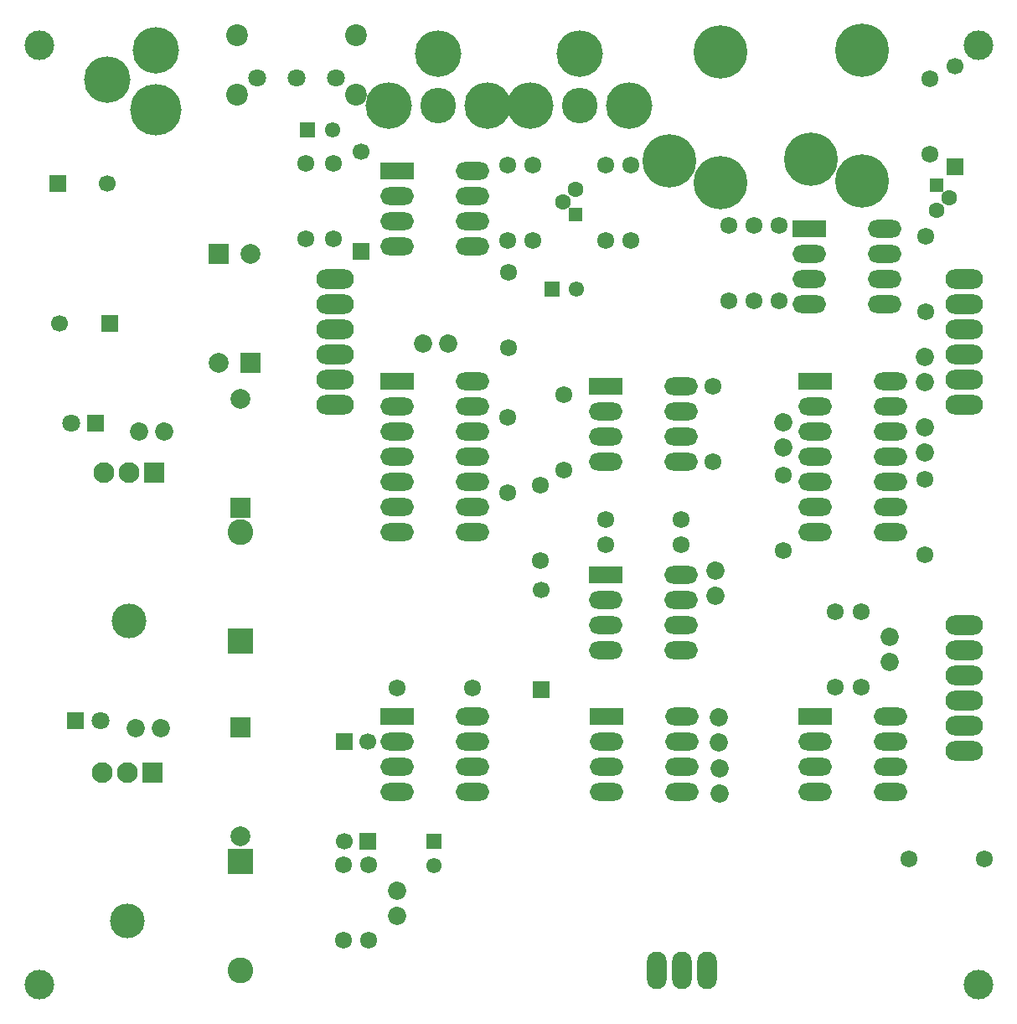
<source format=gbr>
G04 DipTrace 3.3.1.1*
G04 TopMask.gbr*
%MOIN*%
G04 #@! TF.FileFunction,Soldermask,Top*
G04 #@! TF.Part,Single*
%AMOUTLINE1*
4,1,4,
-0.026209,0.026209,
0.026209,0.026209,
0.026209,-0.026209,
-0.026209,-0.026209,
-0.026209,0.026209,
0*%
%AMOUTLINE4*
4,1,4,
0.026209,-0.026209,
-0.026209,-0.026209,
-0.026209,0.026209,
0.026209,0.026209,
0.026209,-0.026209,
0*%
%ADD23C,0.062992*%
%ADD24R,0.070866X0.070866*%
%ADD25C,0.070866*%
%ADD46C,0.11811*%
%ADD47C,0.137795*%
%ADD59O,0.07874X0.149606*%
%ADD61O,0.149606X0.07874*%
%ADD63C,0.082677*%
%ADD64C,0.066929*%
%ADD65R,0.082677X0.082677*%
%ADD66R,0.066929X0.066929*%
%ADD67O,0.133858X0.070866*%
%ADD69R,0.133858X0.070866*%
%ADD71C,0.070866*%
%ADD73C,0.086614*%
%ADD74C,0.067874*%
%ADD76C,0.067874*%
%ADD79C,0.185039*%
%ADD81C,0.204724*%
%ADD83C,0.212598*%
%ADD85C,0.141732*%
%ADD87C,0.185039*%
%ADD89C,0.102362*%
%ADD91R,0.102362X0.102362*%
%ADD93C,0.07874*%
%ADD94R,0.07874X0.07874*%
%ADD98C,0.072835*%
%ADD100C,0.061024*%
%ADD102R,0.061024X0.061024*%
%ADD108OUTLINE1*%
%ADD111OUTLINE4*%
%FSLAX26Y26*%
G04*
G70*
G90*
G75*
G01*
G04 TopMask*
%LPD*%
D102*
X1562608Y3893316D3*
D100*
X1661033D3*
D102*
X2064541Y1064340D3*
D100*
Y965915D3*
D98*
X1917340Y867538D3*
Y767538D3*
X3183531Y2039831D3*
Y2139831D3*
X3200008Y1458281D3*
Y1558281D3*
D102*
X2533995Y3261294D3*
D100*
X2632420D3*
D98*
X3455461Y2630522D3*
Y2730522D3*
X3877482Y1775373D3*
Y1875373D3*
X4018336Y2709151D3*
Y2609151D3*
X3200059Y1355261D3*
Y1255261D3*
D66*
X773419Y3123613D3*
D64*
X576568D3*
D98*
X2020745Y3044787D3*
X2120745D3*
D66*
X568234Y3679467D3*
D64*
X765084D3*
D98*
X877324Y1513693D3*
X977324D3*
X891143Y2692268D3*
X991143D3*
D24*
X639457Y1543542D3*
D25*
X737882D3*
D24*
X719161Y2726274D3*
D25*
X620736D3*
D98*
X4019238Y2991126D3*
Y2891126D3*
D66*
X1776175Y3409252D3*
D64*
Y3806890D3*
D66*
X1803337Y1063684D3*
D64*
Y1461322D3*
D66*
X1706987Y1460235D3*
D64*
Y1062597D3*
D66*
X2490133Y1665398D3*
D64*
Y2063035D3*
D66*
X4137853Y3748490D3*
D64*
Y4146127D3*
D94*
X1335261Y2966520D3*
D93*
Y3401559D3*
D94*
X1207251Y3400538D3*
D93*
Y2965499D3*
D94*
X1293777Y1517520D3*
D93*
Y1082480D3*
D94*
Y2390097D3*
D93*
Y2825136D3*
D91*
Y984348D3*
D89*
Y549308D3*
D91*
Y1858819D3*
D89*
Y2293858D3*
D87*
X1884501Y3991940D3*
D85*
X2081352D3*
D87*
X2278202D3*
X2081352Y4198579D3*
X2446789Y3991486D3*
D85*
X2643639D3*
D87*
X2840490D3*
X2643639Y4198125D3*
D83*
X3768022Y4208999D3*
X3768180Y3689550D3*
X3563495Y3775810D3*
X3205850Y4204659D3*
X3206008Y3685210D3*
X3001323Y3771470D3*
D81*
X956836Y3975052D3*
D79*
Y4211273D3*
X763923Y4093163D3*
D108*
X2627299Y3556329D3*
D23*
X2577299Y3606329D3*
X2627299Y3656329D3*
D111*
X4064262Y3674883D3*
D23*
X4114262Y3624883D3*
X4064262Y3574883D3*
D76*
X2458951Y3753993D3*
D74*
Y3453993D3*
D76*
X2359226Y3454640D3*
D74*
Y3754640D3*
D76*
X1556089Y3759705D3*
D74*
Y3459705D3*
D76*
X1665071Y3758752D3*
D74*
Y3458752D3*
D76*
X2360329Y3326343D3*
D74*
Y3026343D3*
D76*
X1705877Y671671D3*
D74*
Y971671D3*
D76*
X1806163Y671916D3*
D74*
Y971916D3*
D76*
X2218731Y1674420D3*
D74*
X1918731D3*
D76*
X2359719Y2748831D3*
D74*
Y2448831D3*
D76*
X3175776Y2875066D3*
D74*
Y2575066D3*
D76*
X2582984Y2840829D3*
D74*
Y2540829D3*
D76*
X2748770Y2343336D3*
D74*
X3048770D3*
D76*
X3048787Y2243088D3*
D74*
X2748787D3*
D76*
X2489392Y2479352D3*
D74*
Y2179352D3*
D76*
X2847461Y3453786D3*
D74*
Y3753786D3*
D76*
X2747556Y3753957D3*
D74*
Y3453957D3*
D76*
X3237896Y3214761D3*
D74*
Y3514761D3*
D76*
X3437804Y3214709D3*
D74*
Y3514709D3*
D76*
X3338028Y3214585D3*
D74*
Y3514585D3*
D76*
X4039471Y4096853D3*
D74*
Y3796853D3*
D76*
X4022749Y3468938D3*
D74*
Y3168938D3*
D76*
X3455169Y2221743D3*
D74*
Y2521743D3*
D76*
X3661835Y1677239D3*
D74*
Y1977239D3*
D76*
X3764990Y1676079D3*
D74*
Y1976079D3*
D76*
X4256564Y993770D3*
D74*
X3956564D3*
D76*
X4017151Y2203898D3*
D74*
Y2503898D3*
D73*
X1754298Y4032469D3*
Y4268650D3*
X1282014Y4032587D3*
Y4268650D3*
D71*
X1675400Y4101602D3*
X1518274D3*
X1360676D3*
D69*
X1919567Y3730054D3*
D67*
Y3630054D3*
Y3530054D3*
Y3430054D3*
X2219567D3*
Y3530054D3*
Y3630054D3*
Y3730054D3*
D69*
X1919248Y1560937D3*
D67*
Y1460937D3*
Y1360937D3*
Y1260937D3*
X2219248D3*
Y1360937D3*
Y1460937D3*
Y1560937D3*
D69*
X2749148Y2124940D3*
D67*
Y2024940D3*
Y1924940D3*
Y1824940D3*
X3049148D3*
Y1924940D3*
Y2024940D3*
Y2124940D3*
D69*
X1919226Y2893597D3*
D67*
Y2793597D3*
Y2693597D3*
Y2593597D3*
Y2493597D3*
Y2393597D3*
Y2293597D3*
X2219226D3*
Y2393597D3*
Y2493597D3*
Y2593597D3*
Y2693597D3*
Y2793597D3*
Y2893597D3*
D69*
X2749408Y2873900D3*
D67*
Y2773900D3*
Y2673900D3*
Y2573900D3*
X3049408D3*
Y2673900D3*
Y2773900D3*
Y2873900D3*
D69*
X2750420Y1561045D3*
D67*
Y1461045D3*
Y1361045D3*
Y1261045D3*
X3050420D3*
Y1361045D3*
Y1461045D3*
Y1561045D3*
D69*
X3556808Y3499472D3*
D67*
Y3399472D3*
Y3299472D3*
Y3199472D3*
X3856808D3*
Y3299472D3*
Y3399472D3*
Y3499472D3*
D69*
X3581075Y2893667D3*
D67*
Y2793667D3*
Y2693667D3*
Y2593667D3*
Y2493667D3*
Y2393667D3*
Y2293667D3*
X3881075D3*
Y2393667D3*
Y2493667D3*
Y2593667D3*
Y2693667D3*
Y2793667D3*
Y2893667D3*
D69*
X3581075Y1561018D3*
D67*
Y1461018D3*
Y1361018D3*
Y1261018D3*
X3881075D3*
Y1361018D3*
Y1461018D3*
Y1561018D3*
D65*
X946428Y1337076D3*
D63*
X846428D3*
X746428D3*
D65*
X952146Y2531898D3*
D63*
X852146D3*
X752146D3*
D61*
X1673189Y3101188D3*
Y3001188D3*
Y2901188D3*
Y2801188D3*
Y3201188D3*
Y3301188D3*
X4174307Y3101188D3*
Y3001188D3*
Y2901188D3*
Y2801188D3*
Y3201188D3*
Y3301188D3*
X4174332Y1722928D3*
Y1622928D3*
Y1522928D3*
Y1422928D3*
Y1822928D3*
Y1922928D3*
D59*
X2950900Y549680D3*
X3050900D3*
X3150900D3*
D46*
X493835Y4230798D3*
X4230798Y4230122D3*
D47*
X846455Y746643D3*
D46*
X494913Y493088D3*
D47*
X852249Y1941427D3*
D46*
X4230079Y493701D3*
M02*

</source>
